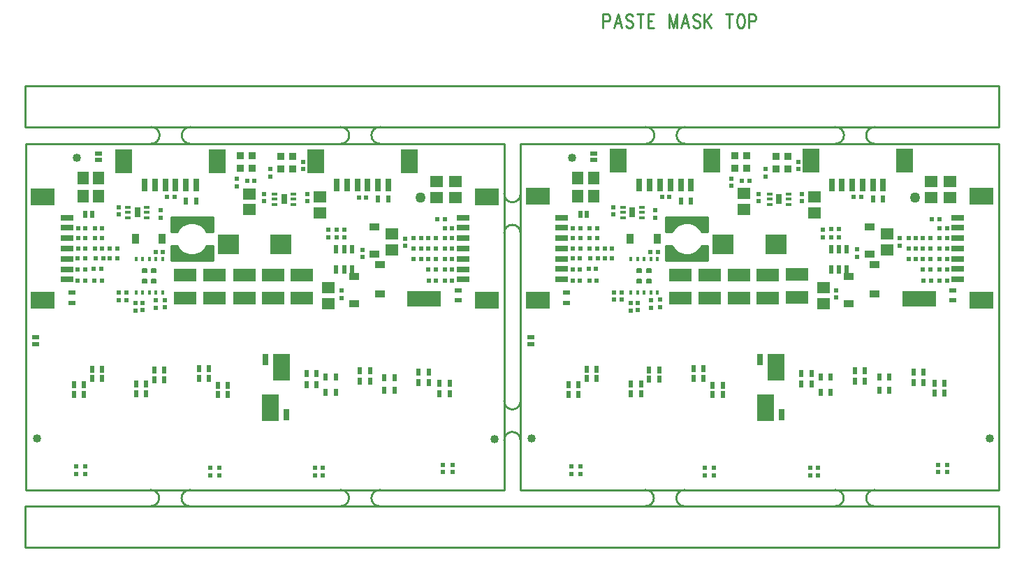
<source format=gbr>
*
%LPD*%
%LN2FOC-PMT*%
%FSLAX24Y24*%
%MOIN*%
%SRX1Y1I0.0J0.0*%
%AD*%
%ADD11C,0.010000*%
%ADD14C,0.006000*%
%ADD18C,0.009130*%
%ADD24R,0.102360X0.094490*%
%ADD27R,0.024000X0.035000*%
%ADD28R,0.035000X0.024000*%
%ADD29C,0.040000*%
%ADD32R,0.021650X0.021650*%
%ADD33R,0.052000X0.060000*%
%ADD34R,0.060000X0.052000*%
%ADD35R,0.160000X0.076000*%
%ADD36R,0.032000X0.032000*%
%ADD37R,0.079920X0.125200*%
%ADD38R,0.029920X0.055120*%
%ADD40R,0.031500X0.011810*%
%ADD41R,0.029530X0.047240*%
%ADD42R,0.106000X0.063000*%
%ADD43R,0.019690X0.019690*%
%ADD44R,0.048030X0.035830*%
%ADD45R,0.035830X0.048030*%
%ADD46R,0.051180X0.035430*%
%ADD47R,0.015750X0.023620*%
%ADD49R,0.020870X0.041340*%
%ADD50C,0.050000*%
%ADD51R,0.062990X0.027560*%
%ADD52R,0.118110X0.082680*%
%ADD53R,0.027560X0.062990*%
%ADD54R,0.082680X0.118110*%
G54D11*
G1X7125Y10087D2*
G1X29959Y10087D1*
G1X29959Y26622D1*
G1X7125Y26622D1*
G1X7125Y10087D1*
G1X13104Y26617D2*
G75*
G3X13105Y27417I17J400D1*
G74*
G1X14995Y27417D2*
G75*
G3X14994Y26617I-17J-400D1*
G74*
G1X22154Y26617D2*
G75*
G3X22155Y27417I17J400D1*
G74*
G1X24045Y27417D2*
G75*
G3X24044Y26617I-17J-400D1*
G74*
G1X13094Y9311D2*
G75*
G3X13095Y10087I16J388D1*
G74*
G1X14975Y10086D2*
G75*
G3X14974Y9307I-16J-390D1*
G74*
G1X22154Y9311D2*
G75*
G3X22155Y10087I16J388D1*
G74*
G1X24035Y10086D2*
G75*
G3X24034Y9307I-16J-390D1*
G74*
G1X30741Y12456D2*
G75*
G3X29965Y12457I-388J16D1*
G74*
G1X29966Y14337D2*
G75*
G3X30745Y14337I390J-16D1*
G74*
G1X7118Y29383D2*
G1X53575Y29383D1*
G1X53575Y27415D1*
G1X7118Y27415D1*
G1X7118Y29383D1*
G1X30740Y10092D2*
G1X53575Y10092D1*
G1X53575Y26627D1*
G1X30740Y26627D1*
G1X30740Y10092D1*
G1X7118Y9304D2*
G1X53575Y9304D1*
G1X53575Y7336D1*
G1X7118Y7336D1*
G1X7118Y9304D1*
G1X30741Y22346D2*
G75*
G3X29965Y22347I-388J16D1*
G74*
G1X29966Y24227D2*
G75*
G3X30745Y24227I390J-16D1*
G74*
G1X38605Y27417D2*
G75*
G3X38604Y26617I-17J-400D1*
G74*
G1X36714Y26617D2*
G75*
G3X36715Y27417I17J400D1*
G74*
G1X45764Y26617D2*
G75*
G3X45765Y27417I17J400D1*
G74*
G1X47655Y27417D2*
G75*
G3X47654Y26617I-17J-400D1*
G74*
G1X47645Y10086D2*
G75*
G3X47644Y9307I-16J-390D1*
G74*
G1X45764Y9311D2*
G75*
G3X45765Y10087I16J388D1*
G74*
G1X38585Y10086D2*
G75*
G3X38584Y9307I-16J-390D1*
G74*
G1X36704Y9311D2*
G75*
G3X36705Y10087I16J388D1*
G74*
G1X13345Y20467D2*
G54D14*
G1X13345Y20650D1*
G1X13143Y20650D1*
G1X13143Y20467D1*
G1X13345Y20467D1*
G1X13345Y19967D2*
G1X13345Y20150D1*
G1X13143Y20150D1*
G1X13143Y19967D1*
G1X13345Y19967D1*
G1X12895Y20467D2*
G1X12895Y20650D1*
G1X12693Y20650D1*
G1X12693Y20467D1*
G1X12895Y20467D1*
G1X12895Y19967D2*
G1X12895Y20150D1*
G1X12693Y20150D1*
G1X12693Y19967D1*
G1X12895Y19967D1*
G1X13192Y20467D2*
G1X13345Y20619D1*
G1X13269Y20467D2*
G1X13345Y20543D1*
G1X13143Y20494D2*
G1X13300Y20650D1*
G1X13143Y20570D2*
G1X13223Y20650D1*
G1X13143Y20647D2*
G1X13147Y20650D1*
G1X13192Y19967D2*
G1X13345Y20119D1*
G1X13269Y19967D2*
G1X13345Y20043D1*
G1X13143Y19994D2*
G1X13300Y20150D1*
G1X13143Y20070D2*
G1X13223Y20150D1*
G1X13143Y20147D2*
G1X13147Y20150D1*
G1X12742Y20467D2*
G1X12895Y20619D1*
G1X12819Y20467D2*
G1X12895Y20543D1*
G1X12693Y20494D2*
G1X12850Y20650D1*
G1X12693Y20570D2*
G1X12773Y20650D1*
G1X12693Y20647D2*
G1X12697Y20650D1*
G1X12742Y19967D2*
G1X12895Y20119D1*
G1X12819Y19967D2*
G1X12895Y20043D1*
G1X12693Y19994D2*
G1X12850Y20150D1*
G1X12693Y20070D2*
G1X12773Y20150D1*
G1X12693Y20147D2*
G1X12697Y20150D1*
G1X14060Y21038D2*
G54D18*
G1X16055Y21038D1*
G1X16055Y21734D1*
G1X15753Y21734D1*
G1X15748Y21719D1*
G1X15709Y21644D1*
G1X15600Y21512D1*
G1X15464Y21408D1*
G1X15310Y21336D1*
G1X15143Y21299D1*
G1X14972Y21299D1*
G1X14806Y21336D1*
G1X14651Y21408D1*
G1X14516Y21512D1*
G1X14407Y21644D1*
G1X14368Y21719D1*
G1X14363Y21734D1*
G1X14060Y21734D1*
G1X14060Y21038D1*
G1X14099Y21038D2*
G1X14099Y21734D1*
G1X14144Y21038D2*
G1X14144Y21734D1*
G1X14190Y21038D2*
G1X14190Y21734D1*
G1X14236Y21038D2*
G1X14236Y21734D1*
G1X14281Y21038D2*
G1X14281Y21734D1*
G1X14327Y21038D2*
G1X14327Y21734D1*
G1X14373Y21038D2*
G1X14373Y21709D1*
G1X14418Y21038D2*
G1X14418Y21629D1*
G1X14464Y21038D2*
G1X14464Y21575D1*
G1X14510Y21038D2*
G1X14510Y21520D1*
G1X14555Y21038D2*
G1X14555Y21482D1*
G1X14601Y21038D2*
G1X14601Y21447D1*
G1X14647Y21038D2*
G1X14647Y21411D1*
G1X14692Y21038D2*
G1X14692Y21389D1*
G1X14738Y21038D2*
G1X14738Y21367D1*
G1X14784Y21038D2*
G1X14784Y21346D1*
G1X14829Y21038D2*
G1X14829Y21330D1*
G1X14875Y21038D2*
G1X14875Y21320D1*
G1X14921Y21038D2*
G1X14921Y21310D1*
G1X14966Y21038D2*
G1X14966Y21300D1*
G1X15012Y21038D2*
G1X15012Y21299D1*
G1X15058Y21038D2*
G1X15058Y21299D1*
G1X15103Y21038D2*
G1X15103Y21299D1*
G1X15149Y21038D2*
G1X15149Y21300D1*
G1X15195Y21038D2*
G1X15195Y21310D1*
G1X15240Y21038D2*
G1X15240Y21320D1*
G1X15286Y21038D2*
G1X15286Y21330D1*
G1X15332Y21038D2*
G1X15332Y21346D1*
G1X15377Y21038D2*
G1X15377Y21367D1*
G1X15423Y21038D2*
G1X15423Y21389D1*
G1X15469Y21038D2*
G1X15469Y21411D1*
G1X15514Y21038D2*
G1X15514Y21447D1*
G1X15560Y21038D2*
G1X15560Y21482D1*
G1X15606Y21038D2*
G1X15606Y21520D1*
G1X15651Y21038D2*
G1X15651Y21575D1*
G1X15697Y21038D2*
G1X15697Y21629D1*
G1X15743Y21038D2*
G1X15743Y21709D1*
G1X15788Y21038D2*
G1X15788Y21734D1*
G1X15834Y21038D2*
G1X15834Y21734D1*
G1X15880Y21038D2*
G1X15880Y21734D1*
G1X15925Y21038D2*
G1X15925Y21734D1*
G1X15971Y21038D2*
G1X15971Y21734D1*
G1X16017Y21038D2*
G1X16017Y21734D1*
G1X14060Y22416D2*
G1X14363Y22416D1*
G1X14368Y22431D1*
G1X14407Y22506D1*
G1X14516Y22638D1*
G1X14651Y22742D1*
G1X14806Y22814D1*
G1X14972Y22851D1*
G1X15143Y22851D1*
G1X15310Y22814D1*
G1X15464Y22742D1*
G1X15600Y22638D1*
G1X15709Y22506D1*
G1X15748Y22431D1*
G1X15753Y22416D1*
G1X16055Y22416D1*
G1X16055Y23112D1*
G1X14060Y23112D1*
G1X14060Y22416D1*
G1X14099Y22416D2*
G1X14099Y23112D1*
G1X14144Y22416D2*
G1X14144Y23112D1*
G1X14190Y22416D2*
G1X14190Y23112D1*
G1X14236Y22416D2*
G1X14236Y23112D1*
G1X14281Y22416D2*
G1X14281Y23112D1*
G1X14327Y22416D2*
G1X14327Y23112D1*
G1X14373Y22441D2*
G1X14373Y23112D1*
G1X14418Y22521D2*
G1X14418Y23112D1*
G1X14464Y22575D2*
G1X14464Y23112D1*
G1X14510Y22630D2*
G1X14510Y23112D1*
G1X14555Y22668D2*
G1X14555Y23112D1*
G1X14601Y22703D2*
G1X14601Y23112D1*
G1X14647Y22738D2*
G1X14647Y23112D1*
G1X14692Y22761D2*
G1X14692Y23112D1*
G1X14738Y22783D2*
G1X14738Y23112D1*
G1X14784Y22804D2*
G1X14784Y23112D1*
G1X14829Y22820D2*
G1X14829Y23112D1*
G1X14875Y22830D2*
G1X14875Y23112D1*
G1X14921Y22840D2*
G1X14921Y23112D1*
G1X14966Y22850D2*
G1X14966Y23112D1*
G1X15012Y22851D2*
G1X15012Y23112D1*
G1X15058Y22851D2*
G1X15058Y23112D1*
G1X15103Y22851D2*
G1X15103Y23112D1*
G1X15149Y22850D2*
G1X15149Y23112D1*
G1X15195Y22840D2*
G1X15195Y23112D1*
G1X15240Y22830D2*
G1X15240Y23112D1*
G1X15286Y22820D2*
G1X15286Y23112D1*
G1X15332Y22804D2*
G1X15332Y23112D1*
G1X15377Y22783D2*
G1X15377Y23112D1*
G1X15423Y22761D2*
G1X15423Y23112D1*
G1X15469Y22738D2*
G1X15469Y23112D1*
G1X15514Y22703D2*
G1X15514Y23112D1*
G1X15560Y22668D2*
G1X15560Y23112D1*
G1X15606Y22630D2*
G1X15606Y23112D1*
G1X15651Y22575D2*
G1X15651Y23112D1*
G1X15697Y22521D2*
G1X15697Y23112D1*
G1X15743Y22441D2*
G1X15743Y23112D1*
G1X15788Y22416D2*
G1X15788Y23112D1*
G1X15834Y22416D2*
G1X15834Y23112D1*
G1X15880Y22416D2*
G1X15880Y23112D1*
G1X15925Y22416D2*
G1X15925Y23112D1*
G1X15971Y22416D2*
G1X15971Y23112D1*
G1X16017Y22416D2*
G1X16017Y23112D1*
G54D24*
G1X16790Y21799D3*
G1X19310Y21799D3*
G54D27*
G1X10294Y23236D3*
G1X9979Y23236D3*
G1X9904Y14654D3*
G1X9424Y14654D3*
G1X12876Y14673D3*
G1X12396Y14673D3*
G1X16774Y15087D3*
G1X16294Y15087D3*
G1X10290Y15402D3*
G1X10770Y15402D3*
G1X13263Y15815D3*
G1X13743Y15815D3*
G1X15389Y15874D3*
G1X15869Y15874D3*
G1X15389Y15421D3*
G1X15869Y15421D3*
G1X9904Y15106D3*
G1X9424Y15106D3*
G1X12876Y15146D3*
G1X12396Y15146D3*
G1X16774Y14634D3*
G1X16294Y14634D3*
G1X10290Y15854D3*
G1X10770Y15854D3*
G1X13263Y15362D3*
G1X13743Y15362D3*
G1X21932Y14732D3*
G1X21452Y14732D3*
G1X24727Y14831D3*
G1X24247Y14831D3*
G1X27365Y14693D3*
G1X26885Y14693D3*
G1X20526Y15638D3*
G1X21006Y15638D3*
G1X23085Y15776D3*
G1X23565Y15776D3*
G1X25881Y15717D3*
G1X26361Y15717D3*
G1X20526Y15126D3*
G1X21006Y15126D3*
G1X21932Y15480D3*
G1X21452Y15480D3*
G1X24727Y15461D3*
G1X24247Y15461D3*
G1X23085Y15264D3*
G1X23565Y15264D3*
G1X27365Y15166D3*
G1X26885Y15166D3*
G1X25881Y15205D3*
G1X26361Y15205D3*
G1X24432Y23984D3*
G1X23952Y23984D3*
G1X15258Y23866D3*
G1X14778Y23866D3*
G54D28*
G1X7617Y17055D3*
G1X7617Y17370D3*
G1X9329Y19500D3*
G1X9329Y19020D3*
G1X27755Y19618D3*
G1X27755Y19138D3*
G1X10609Y26150D3*
G1X10609Y25835D3*
G54D29*
G1X9585Y25953D3*
G1X29507Y12528D3*
G1X7656Y12547D3*
G54D32*
G1X10786Y22587D3*
G1X10432Y22587D3*
G1X10786Y21622D3*
G1X10432Y21622D3*
G1X10825Y21130D3*
G1X10471Y21130D3*
G1X10766Y20087D3*
G1X10412Y20087D3*
G1X9979Y22114D3*
G1X9625Y22114D3*
G1X9979Y21622D3*
G1X9625Y21622D3*
G1X9959Y21130D3*
G1X9605Y21130D3*
G1X9959Y20618D3*
G1X9605Y20618D3*
G1X10727Y20658D3*
G1X10373Y20658D3*
G1X10786Y22114D3*
G1X10432Y22114D3*
G1X9625Y22587D3*
G1X9979Y22587D3*
G1X9605Y20067D3*
G1X9959Y20067D3*
G1X27479Y20087D3*
G1X27125Y20087D3*
G1X26337Y20618D3*
G1X26692Y20618D3*
G1X26337Y22114D3*
G1X26692Y22114D3*
G1X27479Y22587D3*
G1X27125Y22587D3*
G1X11140Y21622D3*
G1X11495Y21622D3*
G1X27125Y22114D3*
G1X27479Y22114D3*
G1X27125Y21622D3*
G1X27479Y21622D3*
G1X27125Y21110D3*
G1X27479Y21110D3*
G1X27125Y20618D3*
G1X27479Y20618D3*
G1X26711Y20087D3*
G1X26357Y20087D3*
G1X26692Y21110D3*
G1X26337Y21110D3*
G1X26692Y21622D3*
G1X26337Y21622D3*
G1X26003Y22114D3*
G1X25648Y22114D3*
G1X11140Y21130D3*
G1X11495Y21130D3*
G1X25648Y21622D3*
G1X26003Y21622D3*
G1X25648Y21110D3*
G1X26003Y21110D3*
G1X27125Y23020D3*
G1X26770Y23020D3*
G1X18503Y23866D3*
G1X18503Y24221D3*
G1X18818Y25402D3*
G1X18818Y25047D3*
G1X20373Y25756D3*
G1X20373Y25402D3*
G1X17203Y24949D3*
G1X17203Y24595D3*
G1X18050Y24831D3*
G1X17696Y24831D3*
G1X14231Y24083D3*
G1X13877Y24083D3*
G1X23385Y24063D3*
G1X23030Y24063D3*
G1X15924Y11130D3*
G1X15924Y10776D3*
G1X9979Y10854D3*
G1X9979Y11209D3*
G1X16357Y10776D3*
G1X16357Y11130D3*
G1X25235Y22095D3*
G1X25235Y21740D3*
G1X22203Y19260D3*
G1X22203Y19614D3*
G1X27046Y11288D3*
G1X27046Y10933D3*
G1X20944Y11130D3*
G1X20944Y10776D3*
G1X27499Y10933D3*
G1X27499Y11288D3*
G1X21318Y10776D3*
G1X21318Y11130D3*
G1X20570Y23866D3*
G1X20570Y24221D3*
G1X13562Y23433D3*
G1X13562Y23079D3*
G1X11554Y23236D3*
G1X11554Y23591D3*
G1X12715Y18669D3*
G1X12715Y19024D3*
G1X13680Y21445D3*
G1X13325Y21445D3*
G1X13345Y19142D3*
G1X13345Y18788D3*
G1X12381Y18650D3*
G1X12381Y19004D3*
G1X11574Y19516D3*
G1X11574Y19162D3*
G1X11948Y19516D3*
G1X11948Y19162D3*
G1X13778Y19162D3*
G1X13778Y18807D3*
G1X23188Y21209D3*
G1X23188Y21563D3*
G1X9546Y11209D3*
G1X9546Y10854D3*
G1X21967Y22528D3*
G1X22322Y22528D3*
G1X21554Y22154D3*
G1X21554Y22508D3*
G1X21967Y22134D3*
G1X22322Y22134D3*
G54D33*
G1X9855Y24122D3*
G1X10615Y24122D3*
G1X9855Y24969D3*
G1X10615Y24969D3*
G54D34*
G1X26731Y24797D3*
G1X26731Y24037D3*
G1X27636Y24797D3*
G1X27636Y24037D3*
G1X17794Y23467D3*
G1X17794Y24227D3*
G1X21160Y23309D3*
G1X21160Y24069D3*
G1X21574Y18978D3*
G1X21574Y19738D3*
G1X24605Y22297D3*
G1X24605Y21537D3*
G54D35*
G1X26140Y19221D3*
G54D36*
G1X19881Y25997D3*
G1X19881Y25397D3*
G1X19310Y25397D3*
G1X19310Y25997D3*
G1X17932Y26036D3*
G1X17932Y25436D3*
G1X17361Y25436D3*
G1X17361Y26036D3*
G54D37*
G1X18807Y14018D3*
G1X19327Y15958D3*
G54D38*
G1X19576Y13666D3*
G1X18557Y16310D3*
G54D40*
G1X19014Y24221D3*
G1X19014Y23965D3*
G1X19014Y23709D3*
G1X19920Y23709D3*
G1X19920Y23965D3*
G1X19920Y24221D3*
G1X12007Y23591D3*
G1X12007Y23335D3*
G1X12007Y23079D3*
G1X12912Y23079D3*
G1X12912Y23335D3*
G1X12912Y23591D3*
G54D41*
G1X19467Y23965D3*
G1X12459Y23335D3*
G54D42*
G1X14743Y20341D3*
G1X14743Y19241D3*
G1X18936Y19241D3*
G1X18936Y20341D3*
G1X17558Y19241D3*
G1X17558Y20341D3*
G1X20314Y19261D3*
G1X20314Y20361D3*
G1X16140Y19241D3*
G1X16140Y20341D3*
G54D43*
G1X15058Y21169D3*
G1X15058Y22980D3*
G54D44*
G1X22794Y18984D3*
G1X22794Y20272D3*
G1X23778Y21347D3*
G1X23778Y22634D3*
G54D45*
G1X12361Y22075D3*
G1X13648Y22075D3*
G54D46*
G1X24034Y19437D3*
G1X24034Y20854D3*
G54D47*
G1X13654Y21099D3*
G1X13339Y21099D3*
G1X13024Y21099D3*
G1X12710Y21099D3*
G1X12395Y21099D3*
G1X12395Y19524D3*
G1X12710Y19524D3*
G1X13024Y19524D3*
G1X13339Y19524D3*
G1X13654Y19524D3*
G54D49*
G1X22696Y21573D3*
G1X22322Y21573D3*
G1X21948Y21573D3*
G1X21948Y20608D3*
G1X22322Y20608D3*
G1X22696Y20608D3*
G54D50*
G1X25963Y24043D3*
G54D51*
G1X27991Y20136D3*
G1X27991Y20628D3*
G1X27991Y21120D3*
G1X27991Y21612D3*
G1X27991Y22104D3*
G1X27991Y22597D3*
G1X27991Y23089D3*
G1X9093Y23089D3*
G1X9093Y22597D3*
G1X9093Y22104D3*
G1X9093Y21612D3*
G1X9093Y21120D3*
G1X9093Y20628D3*
G1X9093Y20136D3*
G54D52*
G1X29133Y24093D3*
G1X29133Y19132D3*
G1X7951Y19132D3*
G1X7951Y24093D3*
G54D53*
G1X15264Y24654D3*
G1X14772Y24654D3*
G1X14280Y24654D3*
G1X13788Y24654D3*
G1X13296Y24654D3*
G1X12804Y24654D3*
G1X24438Y24654D3*
G1X23946Y24654D3*
G1X23453Y24654D3*
G1X22961Y24654D3*
G1X22469Y24654D3*
G1X21977Y24654D3*
G54D54*
G1X16268Y25795D3*
G1X11800Y25795D3*
G1X25442Y25795D3*
G1X20973Y25795D3*
G1X30740Y10092D2*
G54D11*
G1X53575Y10092D1*
G1X53575Y26627D1*
G1X30740Y26627D1*
G1X30740Y10092D1*
G1X36960Y20472D2*
G54D14*
G1X36960Y20656D1*
G1X36758Y20656D1*
G1X36758Y20472D1*
G1X36960Y20472D1*
G1X36960Y19972D2*
G1X36960Y20156D1*
G1X36758Y20156D1*
G1X36758Y19972D1*
G1X36960Y19972D1*
G1X36510Y20472D2*
G1X36510Y20656D1*
G1X36308Y20656D1*
G1X36308Y20472D1*
G1X36510Y20472D1*
G1X36510Y19972D2*
G1X36510Y20156D1*
G1X36308Y20156D1*
G1X36308Y19972D1*
G1X36510Y19972D1*
G1X36808Y20472D2*
G1X36960Y20624D1*
G1X36884Y20472D2*
G1X36960Y20548D1*
G1X36758Y20499D2*
G1X36915Y20656D1*
G1X36758Y20575D2*
G1X36839Y20656D1*
G1X36758Y20652D2*
G1X36762Y20656D1*
G1X36808Y19972D2*
G1X36960Y20124D1*
G1X36884Y19972D2*
G1X36960Y20048D1*
G1X36758Y19999D2*
G1X36915Y20156D1*
G1X36758Y20075D2*
G1X36839Y20156D1*
G1X36758Y20152D2*
G1X36762Y20156D1*
G1X36358Y20472D2*
G1X36510Y20624D1*
G1X36434Y20472D2*
G1X36510Y20548D1*
G1X36308Y20499D2*
G1X36465Y20656D1*
G1X36308Y20575D2*
G1X36389Y20656D1*
G1X36308Y20652D2*
G1X36312Y20656D1*
G1X36358Y19972D2*
G1X36510Y20124D1*
G1X36434Y19972D2*
G1X36510Y20048D1*
G1X36308Y19999D2*
G1X36465Y20156D1*
G1X36308Y20075D2*
G1X36389Y20156D1*
G1X36308Y20152D2*
G1X36312Y20156D1*
G1X37676Y21043D2*
G54D18*
G1X39671Y21043D1*
G1X39671Y21739D1*
G1X39368Y21739D1*
G1X39363Y21725D1*
G1X39324Y21649D1*
G1X39215Y21517D1*
G1X39080Y21413D1*
G1X38925Y21341D1*
G1X38759Y21304D1*
G1X38588Y21304D1*
G1X38421Y21341D1*
G1X38267Y21413D1*
G1X38131Y21517D1*
G1X38022Y21649D1*
G1X37983Y21725D1*
G1X37978Y21739D1*
G1X37676Y21739D1*
G1X37676Y21043D1*
G1X37714Y21043D2*
G1X37714Y21739D1*
G1X37760Y21043D2*
G1X37760Y21739D1*
G1X37806Y21043D2*
G1X37806Y21739D1*
G1X37851Y21043D2*
G1X37851Y21739D1*
G1X37897Y21043D2*
G1X37897Y21739D1*
G1X37943Y21043D2*
G1X37943Y21739D1*
G1X37988Y21043D2*
G1X37988Y21714D1*
G1X38034Y21043D2*
G1X38034Y21635D1*
G1X38080Y21043D2*
G1X38080Y21580D1*
G1X38125Y21043D2*
G1X38125Y21525D1*
G1X38171Y21043D2*
G1X38171Y21487D1*
G1X38217Y21043D2*
G1X38217Y21452D1*
G1X38262Y21043D2*
G1X38262Y21417D1*
G1X38308Y21043D2*
G1X38308Y21394D1*
G1X38354Y21043D2*
G1X38354Y21372D1*
G1X38399Y21043D2*
G1X38399Y21351D1*
G1X38445Y21043D2*
G1X38445Y21335D1*
G1X38491Y21043D2*
G1X38491Y21325D1*
G1X38536Y21043D2*
G1X38536Y21315D1*
G1X38582Y21043D2*
G1X38582Y21305D1*
G1X38628Y21043D2*
G1X38628Y21304D1*
G1X38673Y21043D2*
G1X38673Y21304D1*
G1X38719Y21043D2*
G1X38719Y21304D1*
G1X38765Y21043D2*
G1X38765Y21305D1*
G1X38810Y21043D2*
G1X38810Y21315D1*
G1X38856Y21043D2*
G1X38856Y21325D1*
G1X38902Y21043D2*
G1X38902Y21335D1*
G1X38947Y21043D2*
G1X38947Y21351D1*
G1X38993Y21043D2*
G1X38993Y21372D1*
G1X39039Y21043D2*
G1X39039Y21394D1*
G1X39084Y21043D2*
G1X39084Y21417D1*
G1X39130Y21043D2*
G1X39130Y21452D1*
G1X39176Y21043D2*
G1X39176Y21487D1*
G1X39221Y21043D2*
G1X39221Y21525D1*
G1X39267Y21043D2*
G1X39267Y21580D1*
G1X39313Y21043D2*
G1X39313Y21635D1*
G1X39358Y21043D2*
G1X39358Y21714D1*
G1X39404Y21043D2*
G1X39404Y21739D1*
G1X39450Y21043D2*
G1X39450Y21739D1*
G1X39495Y21043D2*
G1X39495Y21739D1*
G1X39541Y21043D2*
G1X39541Y21739D1*
G1X39587Y21043D2*
G1X39587Y21739D1*
G1X39632Y21043D2*
G1X39632Y21739D1*
G1X37676Y22421D2*
G1X37978Y22421D1*
G1X37983Y22436D1*
G1X38022Y22512D1*
G1X38131Y22643D1*
G1X38267Y22747D1*
G1X38421Y22819D1*
G1X38588Y22856D1*
G1X38759Y22856D1*
G1X38925Y22819D1*
G1X39080Y22747D1*
G1X39215Y22643D1*
G1X39324Y22512D1*
G1X39363Y22436D1*
G1X39368Y22421D1*
G1X39671Y22421D1*
G1X39671Y23117D1*
G1X37676Y23117D1*
G1X37676Y22421D1*
G1X37714Y22421D2*
G1X37714Y23117D1*
G1X37760Y22421D2*
G1X37760Y23117D1*
G1X37806Y22421D2*
G1X37806Y23117D1*
G1X37851Y22421D2*
G1X37851Y23117D1*
G1X37897Y22421D2*
G1X37897Y23117D1*
G1X37943Y22421D2*
G1X37943Y23117D1*
G1X37988Y22446D2*
G1X37988Y23117D1*
G1X38034Y22526D2*
G1X38034Y23117D1*
G1X38080Y22580D2*
G1X38080Y23117D1*
G1X38125Y22635D2*
G1X38125Y23117D1*
G1X38171Y22673D2*
G1X38171Y23117D1*
G1X38217Y22708D2*
G1X38217Y23117D1*
G1X38262Y22744D2*
G1X38262Y23117D1*
G1X38308Y22766D2*
G1X38308Y23117D1*
G1X38354Y22788D2*
G1X38354Y23117D1*
G1X38399Y22809D2*
G1X38399Y23117D1*
G1X38445Y22825D2*
G1X38445Y23117D1*
G1X38491Y22835D2*
G1X38491Y23117D1*
G1X38536Y22845D2*
G1X38536Y23117D1*
G1X38582Y22855D2*
G1X38582Y23117D1*
G1X38628Y22856D2*
G1X38628Y23117D1*
G1X38673Y22856D2*
G1X38673Y23117D1*
G1X38719Y22856D2*
G1X38719Y23117D1*
G1X38765Y22855D2*
G1X38765Y23117D1*
G1X38810Y22845D2*
G1X38810Y23117D1*
G1X38856Y22835D2*
G1X38856Y23117D1*
G1X38902Y22825D2*
G1X38902Y23117D1*
G1X38947Y22809D2*
G1X38947Y23117D1*
G1X38993Y22788D2*
G1X38993Y23117D1*
G1X39039Y22766D2*
G1X39039Y23117D1*
G1X39084Y22744D2*
G1X39084Y23117D1*
G1X39130Y22708D2*
G1X39130Y23117D1*
G1X39176Y22673D2*
G1X39176Y23117D1*
G1X39221Y22635D2*
G1X39221Y23117D1*
G1X39267Y22580D2*
G1X39267Y23117D1*
G1X39313Y22526D2*
G1X39313Y23117D1*
G1X39358Y22446D2*
G1X39358Y23117D1*
G1X39404Y22421D2*
G1X39404Y23117D1*
G1X39450Y22421D2*
G1X39450Y23117D1*
G1X39495Y22421D2*
G1X39495Y23117D1*
G1X39541Y22421D2*
G1X39541Y23117D1*
G1X39587Y22421D2*
G1X39587Y23117D1*
G1X39632Y22421D2*
G1X39632Y23117D1*
G54D24*
G1X40406Y21804D3*
G1X42925Y21804D3*
G54D27*
G1X33909Y23241D3*
G1X33595Y23241D3*
G1X33520Y14659D3*
G1X33040Y14659D3*
G1X36492Y14678D3*
G1X36012Y14678D3*
G1X40390Y15092D3*
G1X39910Y15092D3*
G1X33906Y15407D3*
G1X34386Y15407D3*
G1X36878Y15820D3*
G1X37358Y15820D3*
G1X39004Y15879D3*
G1X39484Y15879D3*
G1X39004Y15427D3*
G1X39484Y15427D3*
G1X33520Y15112D3*
G1X33040Y15112D3*
G1X36492Y15151D3*
G1X36012Y15151D3*
G1X40390Y14639D3*
G1X39910Y14639D3*
G1X33906Y15860D3*
G1X34386Y15860D3*
G1X36878Y15367D3*
G1X37358Y15367D3*
G1X45547Y14738D3*
G1X45067Y14738D3*
G1X48342Y14836D3*
G1X47862Y14836D3*
G1X50980Y14698D3*
G1X50500Y14698D3*
G1X44142Y15643D3*
G1X44622Y15643D3*
G1X46701Y15781D3*
G1X47181Y15781D3*
G1X49496Y15722D3*
G1X49976Y15722D3*
G1X44142Y15131D3*
G1X44622Y15131D3*
G1X45547Y15486D3*
G1X45067Y15486D3*
G1X48342Y15466D3*
G1X47862Y15466D3*
G1X46701Y15269D3*
G1X47181Y15269D3*
G1X50980Y15171D3*
G1X50500Y15171D3*
G1X49496Y15210D3*
G1X49976Y15210D3*
G1X48047Y23990D3*
G1X47567Y23990D3*
G1X38874Y23871D3*
G1X38394Y23871D3*
G54D28*
G1X31232Y17060D3*
G1X31232Y17375D3*
G1X32945Y19505D3*
G1X32945Y19025D3*
G1X51370Y19623D3*
G1X51370Y19143D3*
G1X34224Y26155D3*
G1X34224Y25840D3*
G54D29*
G1X33201Y25958D3*
G1X53122Y12533D3*
G1X31272Y12553D3*
G54D32*
G1X34402Y22592D3*
G1X34047Y22592D3*
G1X34402Y21627D3*
G1X34047Y21627D3*
G1X34441Y21135D3*
G1X34087Y21135D3*
G1X34382Y20092D3*
G1X34028Y20092D3*
G1X33595Y22119D3*
G1X33240Y22119D3*
G1X33595Y21627D3*
G1X33240Y21627D3*
G1X33575Y21135D3*
G1X33221Y21135D3*
G1X33575Y20623D3*
G1X33221Y20623D3*
G1X34343Y20663D3*
G1X33988Y20663D3*
G1X34402Y22119D3*
G1X34047Y22119D3*
G1X33240Y22592D3*
G1X33595Y22592D3*
G1X33221Y20072D3*
G1X33575Y20072D3*
G1X51095Y20092D3*
G1X50740Y20092D3*
G1X49953Y20623D3*
G1X50307Y20623D3*
G1X49953Y22119D3*
G1X50307Y22119D3*
G1X51095Y22592D3*
G1X50740Y22592D3*
G1X34756Y21627D3*
G1X35110Y21627D3*
G1X50740Y22119D3*
G1X51095Y22119D3*
G1X50740Y21627D3*
G1X51095Y21627D3*
G1X50740Y21115D3*
G1X51095Y21115D3*
G1X50740Y20623D3*
G1X51095Y20623D3*
G1X50327Y20092D3*
G1X49972Y20092D3*
G1X50307Y21115D3*
G1X49953Y21115D3*
G1X50307Y21627D3*
G1X49953Y21627D3*
G1X49618Y22119D3*
G1X49264Y22119D3*
G1X34756Y21135D3*
G1X35110Y21135D3*
G1X49264Y21627D3*
G1X49618Y21627D3*
G1X49264Y21115D3*
G1X49618Y21115D3*
G1X50740Y23025D3*
G1X50386Y23025D3*
G1X42118Y23871D3*
G1X42118Y24226D3*
G1X42433Y25407D3*
G1X42433Y25053D3*
G1X43988Y25761D3*
G1X43988Y25407D3*
G1X40819Y24954D3*
G1X40819Y24600D3*
G1X41665Y24836D3*
G1X41311Y24836D3*
G1X37846Y24088D3*
G1X37492Y24088D3*
G1X47000Y24068D3*
G1X46646Y24068D3*
G1X39539Y11135D3*
G1X39539Y10781D3*
G1X33595Y10860D3*
G1X33595Y11214D3*
G1X39972Y10781D3*
G1X39972Y11135D3*
G1X48850Y22100D3*
G1X48850Y21745D3*
G1X45819Y19265D3*
G1X45819Y19619D3*
G1X50661Y11293D3*
G1X50661Y10938D3*
G1X44559Y11135D3*
G1X44559Y10781D3*
G1X51114Y10938D3*
G1X51114Y11293D3*
G1X44933Y10781D3*
G1X44933Y11135D3*
G1X44185Y23871D3*
G1X44185Y24226D3*
G1X37177Y23438D3*
G1X37177Y23084D3*
G1X35169Y23241D3*
G1X35169Y23596D3*
G1X36331Y18675D3*
G1X36331Y19029D3*
G1X37295Y21450D3*
G1X36941Y21450D3*
G1X36961Y19147D3*
G1X36961Y18793D3*
G1X35996Y18655D3*
G1X35996Y19009D3*
G1X35189Y19521D3*
G1X35189Y19167D3*
G1X35563Y19521D3*
G1X35563Y19167D3*
G1X37394Y19167D3*
G1X37394Y18812D3*
G1X46803Y21214D3*
G1X46803Y21568D3*
G1X33161Y11214D3*
G1X33161Y10860D3*
G1X45583Y22533D3*
G1X45937Y22533D3*
G1X45169Y22159D3*
G1X45169Y22513D3*
G1X45583Y22139D3*
G1X45937Y22139D3*
G54D33*
G1X33470Y24127D3*
G1X34230Y24127D3*
G1X33470Y24974D3*
G1X34230Y24974D3*
G54D34*
G1X50346Y24803D3*
G1X50346Y24043D3*
G1X51252Y24803D3*
G1X51252Y24043D3*
G1X41409Y23472D3*
G1X41409Y24232D3*
G1X44776Y23314D3*
G1X44776Y24074D3*
G1X45189Y18984D3*
G1X45189Y19744D3*
G1X48221Y22303D3*
G1X48221Y21543D3*
G54D35*
G1X49756Y19226D3*
G54D36*
G1X43496Y26002D3*
G1X43496Y25402D3*
G1X42925Y25402D3*
G1X42925Y26002D3*
G1X41547Y26041D3*
G1X41547Y25441D3*
G1X40976Y25441D3*
G1X40976Y26041D3*
G54D37*
G1X42422Y14023D3*
G1X42943Y15963D3*
G54D38*
G1X43192Y13671D3*
G1X42172Y16315D3*
G54D40*
G1X42630Y24226D3*
G1X42630Y23970D3*
G1X42630Y23714D3*
G1X43535Y23714D3*
G1X43535Y23970D3*
G1X43535Y24226D3*
G1X35622Y23596D3*
G1X35622Y23340D3*
G1X35622Y23084D3*
G1X36528Y23084D3*
G1X36528Y23340D3*
G1X36528Y23596D3*
G54D41*
G1X43083Y23970D3*
G1X36075Y23340D3*
G54D42*
G1X38358Y20347D3*
G1X38358Y19247D3*
G1X42551Y19247D3*
G1X42551Y20347D3*
G1X41173Y19247D3*
G1X41173Y20347D3*
G1X43929Y19266D3*
G1X43929Y20366D3*
G1X39756Y19247D3*
G1X39756Y20347D3*
G54D43*
G1X38673Y21175D3*
G1X38673Y22986D3*
G54D44*
G1X46409Y18990D3*
G1X46409Y20277D3*
G1X47394Y21352D3*
G1X47394Y22639D3*
G54D45*
G1X35976Y22080D3*
G1X37264Y22080D3*
G54D46*
G1X47650Y19442D3*
G1X47650Y20860D3*
G54D47*
G1X37270Y21104D3*
G1X36955Y21104D3*
G1X36640Y21104D3*
G1X36325Y21104D3*
G1X36010Y21104D3*
G1X36010Y19529D3*
G1X36325Y19529D3*
G1X36640Y19529D3*
G1X36955Y19529D3*
G1X37270Y19529D3*
G54D49*
G1X46311Y21578D3*
G1X45937Y21578D3*
G1X45563Y21578D3*
G1X45563Y20614D3*
G1X45937Y20614D3*
G1X46311Y20614D3*
G54D50*
G1X49579Y24049D3*
G54D51*
G1X51606Y20141D3*
G1X51606Y20633D3*
G1X51606Y21125D3*
G1X51606Y21617D3*
G1X51606Y22110D3*
G1X51606Y22602D3*
G1X51606Y23094D3*
G1X32709Y23094D3*
G1X32709Y22602D3*
G1X32709Y22110D3*
G1X32709Y21617D3*
G1X32709Y21125D3*
G1X32709Y20633D3*
G1X32709Y20141D3*
G54D52*
G1X52748Y24098D3*
G1X52748Y19137D3*
G1X31567Y19137D3*
G1X31567Y24098D3*
G54D53*
G1X38880Y24659D3*
G1X38388Y24659D3*
G1X37896Y24659D3*
G1X37404Y24659D3*
G1X36911Y24659D3*
G1X36419Y24659D3*
G1X48053Y24659D3*
G1X47561Y24659D3*
G1X47069Y24659D3*
G1X46577Y24659D3*
G1X46085Y24659D3*
G1X45593Y24659D3*
G54D54*
G1X39884Y25801D3*
G1X35415Y25801D3*
G1X49057Y25801D3*
G1X44589Y25801D3*
G1X34687Y32808D2*
G54D11*
G1X34687Y32152D1*
G1X34687Y32808D2*
G1X34891Y32808D1*
G1X34959Y32777D1*
G1X34982Y32746D1*
G1X35005Y32683D1*
G1X35005Y32589D1*
G1X34982Y32527D1*
G1X34959Y32496D1*
G1X34891Y32464D1*
G1X34687Y32464D1*
G1X35391Y32808D2*
G1X35209Y32152D1*
G1X35391Y32808D2*
G1X35573Y32152D1*
G1X35278Y32371D2*
G1X35505Y32371D1*
G1X36096Y32714D2*
G1X36050Y32777D1*
G1X35982Y32808D1*
G1X35891Y32808D1*
G1X35823Y32777D1*
G1X35778Y32714D1*
G1X35778Y32652D1*
G1X35800Y32589D1*
G1X35823Y32558D1*
G1X35869Y32527D1*
G1X36005Y32464D1*
G1X36050Y32433D1*
G1X36073Y32402D1*
G1X36096Y32339D1*
G1X36096Y32246D1*
G1X36050Y32183D1*
G1X35982Y32152D1*
G1X35891Y32152D1*
G1X35823Y32183D1*
G1X35778Y32246D1*
G1X36459Y32808D2*
G1X36459Y32152D1*
G1X36300Y32808D2*
G1X36619Y32808D1*
G1X36823Y32808D2*
G1X36823Y32152D1*
G1X36823Y32808D2*
G1X37119Y32808D1*
G1X36823Y32496D2*
G1X37005Y32496D1*
G1X36823Y32152D2*
G1X37119Y32152D1*
G1X37846Y32808D2*
G1X37846Y32152D1*
G1X37846Y32808D2*
G1X38028Y32152D1*
G1X38209Y32808D1*
G1X38209Y32152D1*
G1X38596Y32808D2*
G1X38414Y32152D1*
G1X38596Y32808D2*
G1X38778Y32152D1*
G1X38482Y32371D2*
G1X38709Y32371D1*
G1X39300Y32714D2*
G1X39255Y32777D1*
G1X39187Y32808D1*
G1X39096Y32808D1*
G1X39028Y32777D1*
G1X38982Y32714D1*
G1X38982Y32652D1*
G1X39005Y32589D1*
G1X39028Y32558D1*
G1X39073Y32527D1*
G1X39209Y32464D1*
G1X39255Y32433D1*
G1X39278Y32402D1*
G1X39300Y32339D1*
G1X39300Y32246D1*
G1X39255Y32183D1*
G1X39187Y32152D1*
G1X39096Y32152D1*
G1X39028Y32183D1*
G1X38982Y32246D1*
G1X39505Y32808D2*
G1X39505Y32152D1*
G1X39823Y32808D2*
G1X39505Y32371D1*
G1X39619Y32527D2*
G1X39823Y32152D1*
G1X40709Y32808D2*
G1X40709Y32152D1*
G1X40550Y32808D2*
G1X40869Y32808D1*
G1X41209Y32808D2*
G1X41164Y32777D1*
G1X41119Y32714D1*
G1X41096Y32652D1*
G1X41073Y32558D1*
G1X41073Y32402D1*
G1X41096Y32308D1*
G1X41119Y32246D1*
G1X41164Y32183D1*
G1X41209Y32152D1*
G1X41300Y32152D1*
G1X41346Y32183D1*
G1X41391Y32246D1*
G1X41414Y32308D1*
G1X41437Y32402D1*
G1X41437Y32558D1*
G1X41414Y32652D1*
G1X41391Y32714D1*
G1X41346Y32777D1*
G1X41300Y32808D1*
G1X41209Y32808D1*
G1X41641Y32808D2*
G1X41641Y32152D1*
G1X41641Y32808D2*
G1X41846Y32808D1*
G1X41914Y32777D1*
G1X41937Y32746D1*
G1X41959Y32683D1*
G1X41959Y32589D1*
G1X41937Y32527D1*
G1X41914Y32496D1*
G1X41846Y32464D1*
G1X41641Y32464D1*
M2*

</source>
